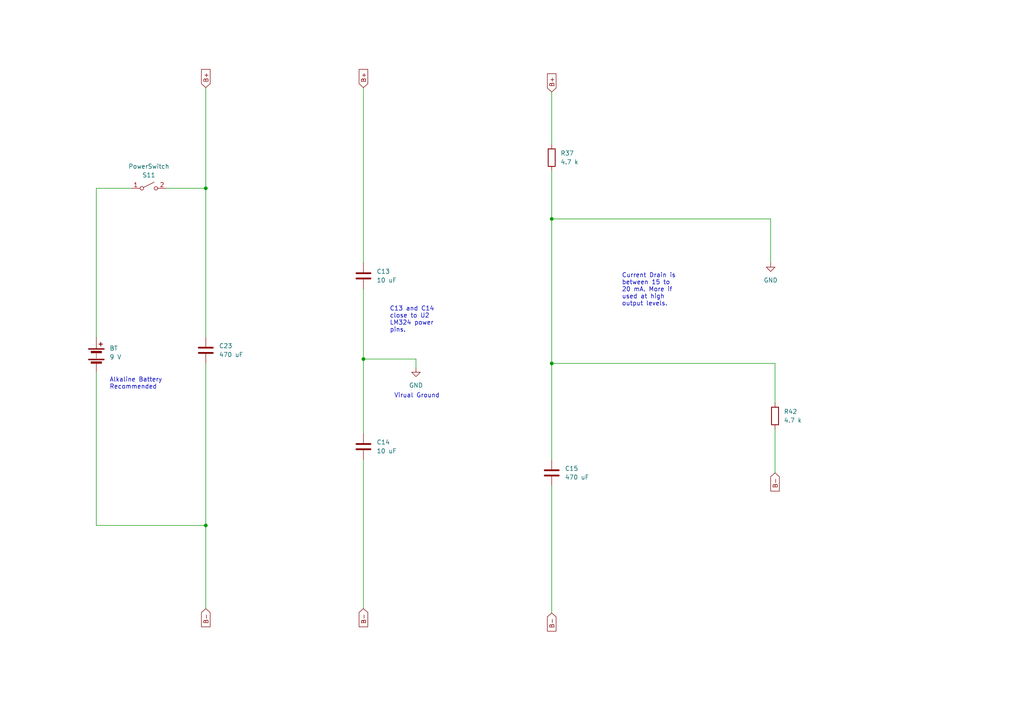
<source format=kicad_sch>
(kicad_sch (version 20230121) (generator eeschema)
  (paper "A4")
  (title_block (title "Power Supply") (rev "0.5") (company "http://musicfromouterspace.com/analogsynth_new/NOISETOASTER/NOISETOASTER.php") (comment 1 "Licence: CC-BY-NC-SA") (comment 2 "Original Design by Ray Wilson") (comment 3 "Music From Outer Space LLC"))
  (lib_symbols
    (symbol "Device:Battery" (pin_numbers hide) (pin_names (offset 0) hide)
      (property "Reference" "BT" (at 2.54 2.54 0))
      (property "Value" "Battery" (at 2.54 0 0))
      (symbol "Battery_0_1"
        (rectangle (start -2.286 -1.27) (end 2.286 -1.524) (fill (type outline)))
        (rectangle (start -2.286 1.778) (end 2.286 1.524) (fill (type outline)))
        (rectangle (start -1.524 -2.032) (end 1.524 -2.54) (fill (type outline)))
        (rectangle (start -1.524 1.016) (end 1.524 0.508) (fill (type outline)))
        (polyline (pts (xy 0 -1.016) (xy 0 -0.762)))
        (polyline (pts (xy 0 -0.508) (xy 0 -0.254)))
        (polyline (pts (xy 0 0) (xy 0 0.254)))
        (polyline (pts (xy 0 1.778) (xy 0 2.54)))
        (polyline (pts (xy 0.762 3.048) (xy 1.778 3.048)) (stroke (width 0.254)))
        (polyline (pts (xy 1.27 3.556) (xy 1.27 2.54)) (stroke (width 0.254)))
      )
      (symbol "Battery_1_1"
        (pin passive line (at 0 5.08 270) (length 2.54) (name "+") (number "1"))
        (pin passive line (at 0 -5.08 90) (length 2.54) (name "-") (number "2"))
      )
    )
    (symbol "Device:C" (pin_numbers hide) (pin_names (offset 0.254))
      (property "Reference" "C" (at 0.635 2.54 0))
      (property "Value" "C" (at 0.635 -2.54 0))
      (symbol "C_0_1"
        (polyline (pts (xy -2.032 -0.762) (xy 2.032 -0.762)) (stroke (width 0.508)))
        (polyline (pts (xy -2.032 0.762) (xy 2.032 0.762)) (stroke (width 0.508)))
      )
      (symbol "C_1_1"
        (pin passive line (at 0 3.81 270) (length 2.794) (name "~") (number "1"))
        (pin passive line (at 0 -3.81 90) (length 2.794) (name "~") (number "2"))
      )
    )
    (symbol "Device:R" (pin_numbers hide) (pin_names (offset 0))
      (property "Reference" "R" (at 2.032 0 90))
      (property "Value" "R" (at 0 0 90))
      (symbol "R_0_1"
        (rectangle (start -1.016 -2.54) (end 1.016 2.54) (stroke (width 0.254)))
      )
      (symbol "R_1_1"
        (pin passive line (at 0 3.81 270) (length 1.27) (name "~") (number "1"))
        (pin passive line (at 0 -3.81 90) (length 1.27) (name "~") (number "2"))
      )
    )
    (symbol "Switch:SW_SPST" (pin_names (offset 0) hide)
      (property "Reference" "SW" (at 0 3.175 0))
      (property "Value" "SW_SPST" (at 0 -2.54 0))
      (symbol "SW_SPST_0_0"
        (circle (center -2.032 0) (radius 0.508))
        (polyline (pts (xy -1.524 0.254) (xy 1.524 1.778)))
        (circle (center 2.032 0) (radius 0.508))
      )
      (symbol "SW_SPST_1_1"
        (pin passive line (at -5.08 0 0) (length 2.54) (name "A") (number "1"))
        (pin passive line (at 5.08 0 180) (length 2.54) (name "B") (number "2"))
      )
    )
    (symbol "power:GND" (power) (pin_names (offset 0))
      (property "Value" "GND" (at 0 -3.81 0))
      (symbol "GND_0_1"
        (polyline (pts (xy 0 0) (xy 0 -1.27) (xy 1.27 -1.27) (xy 0 -2.54) (xy -1.27 -1.27) (xy 0 -1.27)))
      )
      (symbol "GND_1_1"
        (pin power_in line (at 0 0 270) (length 0) hide (name "GND") (number "1"))
      )
    )
  )
  (junction (at 59.69 54.61))
  (junction (at 160.02 105.41))
  (junction (at 160.02 63.5))
  (junction (at 59.69 152.4))
  (junction (at 105.41 104.14))
  (wire (pts (xy 59.69 152.4) (xy 59.69 176.53)))
  (wire (pts (xy 160.02 140.97) (xy 160.02 177.8)))
  (wire (pts (xy 27.94 54.61) (xy 27.94 97.79)))
  (wire (pts (xy 223.52 76.2) (xy 223.52 63.5)))
  (wire (pts (xy 160.02 105.41) (xy 160.02 133.35)))
  (wire (pts (xy 160.02 26.67) (xy 160.02 41.91)))
  (wire (pts (xy 105.41 83.82) (xy 105.41 104.14)))
  (wire (pts (xy 224.79 124.46) (xy 224.79 137.16)))
  (wire (pts (xy 160.02 105.41) (xy 224.79 105.41)))
  (wire (pts (xy 223.52 63.5) (xy 160.02 63.5)))
  (wire (pts (xy 27.94 54.61) (xy 38.1 54.61)))
  (wire (pts (xy 59.69 54.61) (xy 59.69 97.79)))
  (wire (pts (xy 160.02 49.53) (xy 160.02 63.5)))
  (wire (pts (xy 120.65 106.68) (xy 120.65 104.14)))
  (wire (pts (xy 105.41 133.35) (xy 105.41 176.53)))
  (wire (pts (xy 27.94 107.95) (xy 27.94 152.4)))
  (wire (pts (xy 160.02 63.5) (xy 160.02 105.41)))
  (wire (pts (xy 27.94 152.4) (xy 59.69 152.4)))
  (wire (pts (xy 59.69 25.4) (xy 59.69 54.61)))
  (wire (pts (xy 224.79 105.41) (xy 224.79 116.84)))
  (wire (pts (xy 105.41 104.14) (xy 105.41 125.73)))
  (wire (pts (xy 105.41 25.4) (xy 105.41 76.2)))
  (wire (pts (xy 59.69 152.4) (xy 59.69 105.41)))
  (wire (pts (xy 105.41 104.14) (xy 120.65 104.14)))
  (wire (pts (xy 48.26 54.61) (xy 59.69 54.61)))
  (text "Current Drain is\nbetween 15 to \n20 mA. More if\nused at high\noutput levels." (at 180.34 88.9 0) (effects (font (size 1.27 1.27)) (justify left bottom)))
  (text "Alkaline Battery\nRecommended" (at 31.75 113.03 0) (effects (font (size 1.27 1.27)) (justify left bottom)))
  (text "C13 and C14\nclose to U2 \nLM324 power\npins.\n" (at 113.03 96.52 0) (effects (font (size 1.27 1.27)) (justify left bottom)))
  (text "Virual Ground\n" (at 114.3 115.57 0) (effects (font (size 1.27 1.27)) (justify left bottom)))
  (global_label "B-" (shape input) (at 160.02 177.8 270) (property "Intersheetrefs" "${INTERSHEET_REFS}" (effects hide)))
  (global_label "B-" (shape input) (at 224.79 137.16 270) (property "Intersheetrefs" "${INTERSHEET_REFS}" (effects hide)))
  (global_label "B+" (shape input) (at 105.41 25.4 90) (property "Intersheetrefs" "${INTERSHEET_REFS}" (effects hide)))
  (global_label "B-" (shape input) (at 59.69 176.53 270) (property "Intersheetrefs" "${INTERSHEET_REFS}" (effects hide)))
  (global_label "B+" (shape input) (at 160.02 26.67 90) (property "Intersheetrefs" "${INTERSHEET_REFS}" (effects hide)))
  (global_label "B+" (shape input) (at 59.69 25.4 90) (property "Intersheetrefs" "${INTERSHEET_REFS}" (effects hide)))
  (global_label "B-" (shape input) (at 105.41 176.53 270) (property "Intersheetrefs" "${INTERSHEET_REFS}" (effects hide)))
  (symbol (lib_id "Switch:SW_SPST") (at 43.18 54.61 0) (unit 1)
    (property "Reference" "PowerSwitch" (at 43.18 48.26 0))
    (property "Value" "S11" (at 43.18 50.8 0))
  )
  (symbol (lib_id "power:GND") (at 120.65 106.68 0) (unit 1)
    (property "Reference" "#PWR01" (effects hide))
    (property "Value" "GND" (at 120.65 111.76 0))
  )
  (symbol (lib_id "Device:C") (at 105.41 80.01 0) (unit 1)
    (property "Reference" "C13" (at 109.22 78.74 0) (effects (justify left)))
    (property "Value" "10 uF" (at 109.22 81.28 0) (effects (justify left)))
  )
  (symbol (lib_id "Device:R") (at 224.79 120.65 0) (unit 1)
    (property "Reference" "R42" (at 227.33 119.38 0) (effects (justify left)))
    (property "Value" "4.7 k" (at 227.33 121.92 0) (effects (justify left)))
  )
  (symbol (lib_id "Device:C") (at 105.41 129.54 0) (unit 1)
    (property "Reference" "C14" (at 109.22 128.27 0) (effects (justify left)))
    (property "Value" "10 uF" (at 109.22 130.81 0) (effects (justify left)))
  )
  (symbol (lib_id "Device:Battery") (at 27.94 102.87 0) (unit 1)
    (property "Reference" "BT" (at 31.75 101.0285 0) (effects (justify left)))
    (property "Value" "9 V" (at 31.75 103.5685 0) (effects (justify left)))
  )
  (symbol (lib_id "Device:C") (at 59.69 101.6 0) (unit 1)
    (property "Reference" "C23" (at 63.5 100.33 0) (effects (justify left)))
    (property "Value" "470 uF" (at 63.5 102.87 0) (effects (justify left)))
  )
  (symbol (lib_id "Device:C") (at 160.02 137.16 0) (unit 1)
    (property "Reference" "C15" (at 163.83 135.89 0) (effects (justify left)))
    (property "Value" "470 uF" (at 163.83 138.43 0) (effects (justify left)))
  )
  (symbol (lib_id "Device:R") (at 160.02 45.72 0) (unit 1)
    (property "Reference" "R37" (at 162.56 44.45 0) (effects (justify left)))
    (property "Value" "4.7 k" (at 162.56 46.99 0) (effects (justify left)))
  )
  (symbol (lib_id "power:GND") (at 223.52 76.2 0) (unit 1)
    (property "Reference" "#PWR02" (effects hide))
    (property "Value" "GND" (at 223.52 81.28 0))
  )
)
</source>
